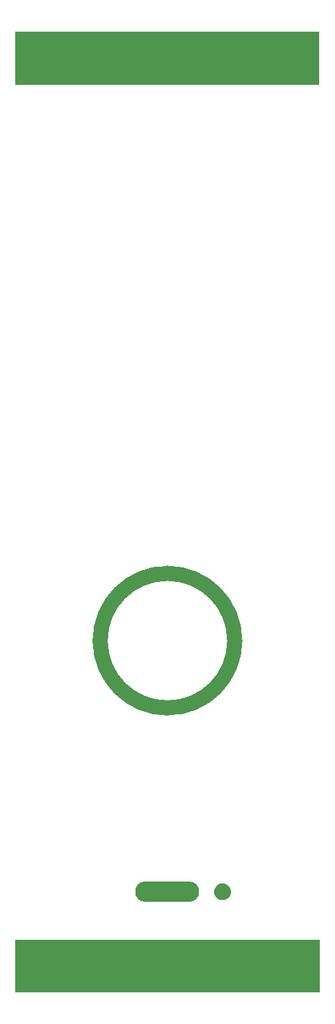
<source format=gbs>
G04 Layer: BottomSolderMaskLayer*
G04 EasyEDA v6.5.29, 2023-07-18 11:26:45*
G04 dee4f192ebb34c66a732ff03969ef4b9,5a6b42c53f6a479593ecc07194224c93,10*
G04 Gerber Generator version 0.2*
G04 Scale: 100 percent, Rotated: No, Reflected: No *
G04 Dimensions in millimeters *
G04 leading zeros omitted , absolute positions ,4 integer and 5 decimal *
%FSLAX45Y45*%
%MOMM*%

%ADD10O,6.6032126X3.4031936000000003*%
%ADD11O,8.543188400000002X2.7631898*%
%ADD12C,2.0000*%

%LPD*%
G36*
X2768600Y1457299D02*
G01*
X2758897Y1456893D01*
X2754071Y1456385D01*
X2744520Y1454708D01*
X2735173Y1452219D01*
X2726029Y1448968D01*
X2717241Y1444904D01*
X2708808Y1440129D01*
X2700782Y1434642D01*
X2693314Y1428445D01*
X2686405Y1421688D01*
X2680055Y1414322D01*
X2674416Y1406448D01*
X2669438Y1398117D01*
X2665171Y1389380D01*
X2661716Y1380337D01*
X2659024Y1371041D01*
X2657195Y1361490D01*
X2656535Y1356715D01*
X2655925Y1347012D01*
X2656128Y1337310D01*
X2656535Y1332484D01*
X2658008Y1322933D01*
X2659024Y1318158D01*
X2661716Y1308862D01*
X2665171Y1299819D01*
X2669438Y1291082D01*
X2674416Y1282750D01*
X2680055Y1274876D01*
X2686405Y1267510D01*
X2693314Y1260754D01*
X2700782Y1254556D01*
X2708808Y1249070D01*
X2717241Y1244295D01*
X2726029Y1240231D01*
X2735173Y1236980D01*
X2744520Y1234490D01*
X2754071Y1232814D01*
X2763774Y1232001D01*
X2773476Y1232001D01*
X2783128Y1232814D01*
X2792679Y1234490D01*
X2802026Y1236980D01*
X2811170Y1240231D01*
X2820009Y1244295D01*
X2828442Y1249070D01*
X2836418Y1254556D01*
X2843885Y1260754D01*
X2850845Y1267510D01*
X2857144Y1274876D01*
X2862834Y1282750D01*
X2867761Y1291082D01*
X2872028Y1299819D01*
X2875483Y1308862D01*
X2878175Y1318158D01*
X2880004Y1327708D01*
X2880664Y1332484D01*
X2881274Y1342186D01*
X2881071Y1351889D01*
X2880664Y1356715D01*
X2879191Y1366266D01*
X2878175Y1371041D01*
X2875483Y1380337D01*
X2872028Y1389380D01*
X2867761Y1398117D01*
X2862834Y1406448D01*
X2857144Y1414322D01*
X2850845Y1421688D01*
X2843885Y1428445D01*
X2836418Y1434642D01*
X2828442Y1440129D01*
X2820009Y1444904D01*
X2811170Y1448968D01*
X2802026Y1452219D01*
X2792679Y1454708D01*
X2783128Y1456385D01*
X2773476Y1457198D01*
G37*
G36*
X2768600Y1457299D02*
G01*
X2758897Y1456893D01*
X2754071Y1456385D01*
X2744520Y1454708D01*
X2735173Y1452219D01*
X2726029Y1448968D01*
X2717241Y1444904D01*
X2708808Y1440129D01*
X2700782Y1434642D01*
X2693314Y1428445D01*
X2686405Y1421688D01*
X2680055Y1414322D01*
X2674416Y1406448D01*
X2669438Y1398117D01*
X2665171Y1389380D01*
X2661716Y1380337D01*
X2659024Y1371041D01*
X2657195Y1361490D01*
X2656535Y1356715D01*
X2655925Y1347012D01*
X2656128Y1337310D01*
X2656535Y1332484D01*
X2658008Y1322933D01*
X2659024Y1318158D01*
X2661716Y1308862D01*
X2665171Y1299819D01*
X2669438Y1291082D01*
X2674416Y1282750D01*
X2680055Y1274876D01*
X2686405Y1267510D01*
X2693314Y1260754D01*
X2700782Y1254556D01*
X2708808Y1249070D01*
X2717241Y1244295D01*
X2726029Y1240231D01*
X2735173Y1236980D01*
X2744520Y1234490D01*
X2754071Y1232814D01*
X2763774Y1232001D01*
X2773476Y1232001D01*
X2783128Y1232814D01*
X2792679Y1234490D01*
X2802026Y1236980D01*
X2811170Y1240231D01*
X2820009Y1244295D01*
X2828442Y1249070D01*
X2836418Y1254556D01*
X2843885Y1260754D01*
X2850845Y1267510D01*
X2857144Y1274876D01*
X2862834Y1282750D01*
X2867761Y1291082D01*
X2872028Y1299819D01*
X2875483Y1308862D01*
X2878175Y1318158D01*
X2880004Y1327708D01*
X2880664Y1332484D01*
X2881274Y1342186D01*
X2881071Y1351889D01*
X2880664Y1356715D01*
X2879191Y1366266D01*
X2878175Y1371041D01*
X2875483Y1380337D01*
X2872028Y1389380D01*
X2867761Y1398117D01*
X2862834Y1406448D01*
X2857144Y1414322D01*
X2850845Y1421688D01*
X2843885Y1428445D01*
X2836418Y1434642D01*
X2828442Y1440129D01*
X2820009Y1444904D01*
X2811170Y1448968D01*
X2802026Y1452219D01*
X2792679Y1454708D01*
X2783128Y1456385D01*
X2773476Y1457198D01*
G37*
D10*
G01*
X685800Y12573000D03*
G01*
X3378200Y330200D03*
D11*
G01*
X2032000Y1346200D03*
D12*
G75*
G01
X2931998Y4699000D02*
G03X2931998Y4699000I-899998J0D01*
G36*
X0Y12839700D02*
G01*
X4064000Y12839700D01*
X4064000Y12128500D01*
X0Y12128500D01*
G37*
G36*
X0Y698500D02*
G01*
X4066108Y698500D01*
X4066108Y0D01*
X0Y0D01*
G37*
M02*

</source>
